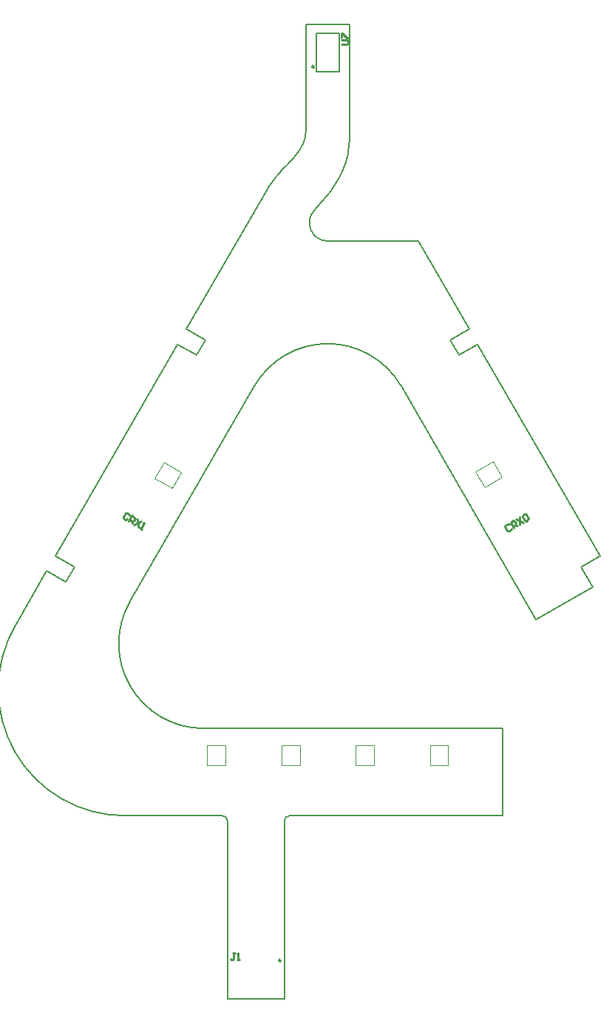
<source format=gto>
G04*
G04 #@! TF.GenerationSoftware,Altium Limited,Altium Designer,19.0.12 (326)*
G04*
G04 Layer_Color=65535*
%FSLAX44Y44*%
%MOMM*%
G71*
G01*
G75*
%ADD10C,0.2500*%
%ADD11C,0.1524*%
%ADD12C,0.2540*%
%ADD13C,0.1270*%
%ADD14C,0.0500*%
%ADD15C,0.0500*%
D10*
X61250Y44130D02*
G03*
X61250Y44130I-1250J0D01*
G01*
X99233Y1067672D02*
G03*
X99233Y1067672I-1189J0D01*
G01*
D11*
X102108Y1106072D02*
X127762D01*
X101858D02*
X102108Y1062072D01*
X127762D01*
Y1106072D01*
D12*
X-112544Y553787D02*
X-113008Y555521D01*
X-115207Y556791D01*
X-116942Y556326D01*
X-119481Y551928D01*
X-119016Y550193D01*
X-116817Y548924D01*
X-115083Y549389D01*
X-113519Y547020D02*
X-109710Y553616D01*
X-106411Y551712D01*
X-105947Y549978D01*
X-107216Y547779D01*
X-108951Y547314D01*
X-112249Y549218D01*
X-110050Y547949D02*
X-109121Y544480D01*
X-103113Y549808D02*
X-102524Y540672D01*
X-98715Y547269D02*
X-106922Y543211D01*
X-100325Y539402D02*
X-98126Y538132D01*
X-99225Y538767D01*
X-95416Y545364D01*
X-97151Y544899D01*
X322472Y543449D02*
X320738Y543913D01*
X318539Y542644D01*
X318074Y540910D01*
X320613Y536512D01*
X322348Y536047D01*
X324547Y537317D01*
X325011Y539051D01*
X327845Y539221D02*
X324036Y545818D01*
X327335Y547722D01*
X329069Y547257D01*
X330339Y545059D01*
X329874Y543324D01*
X326576Y541420D01*
X328774Y542690D02*
X332243Y541760D01*
X330633Y549627D02*
X338840Y545569D01*
X335031Y552166D02*
X334442Y543030D01*
X337865Y552336D02*
X338330Y554070D01*
X340529Y555340D01*
X342263Y554875D01*
X344802Y550477D01*
X344338Y548743D01*
X342138Y547473D01*
X340404Y547938D01*
X337865Y552336D01*
X130559Y1093216D02*
X136906D01*
X138176Y1094486D01*
Y1097025D01*
X136906Y1098294D01*
X130559D01*
Y1100834D02*
Y1105912D01*
X131828D01*
X136906Y1100834D01*
X138176D01*
X8634Y52575D02*
X6095D01*
X7365D01*
Y46228D01*
X6095Y44958D01*
X4826D01*
X3556Y46228D01*
X11173Y44958D02*
X13713D01*
X12443D01*
Y52575D01*
X11173Y51306D01*
D13*
X71033Y210000D02*
G03*
X65000Y203904I31J-6065D01*
G01*
X0Y203812D02*
G03*
X-5942Y210000I-6065J123D01*
G01*
X-111533Y455503D02*
G03*
X-27532Y310000I84003J-48502D01*
G01*
X198813Y702019D02*
G03*
X30804Y702023I-84006J-48498D01*
G01*
X100117Y903997D02*
G03*
X114813Y867997I14697J-15000D01*
G01*
X100117Y903997D02*
G03*
X118069Y924838I-112752J115276D01*
G01*
X86550Y979398D02*
G03*
X88952Y986455I-34722J15755D01*
G01*
X55905Y941923D02*
G03*
X46385Y928999I62227J-55807D01*
G01*
X127940Y940646D02*
G03*
X131966Y948976I-104630J55697D01*
G01*
X67301Y954122D02*
G03*
X72986Y960189I-226733J218176D01*
G01*
X137728Y966245D02*
G03*
X139816Y983996I-76944J18047D01*
G01*
X135260Y957526D02*
G03*
X137728Y966245I-88650J29809D01*
G01*
X118069Y924838D02*
G03*
X127940Y940646I-111894J80857D01*
G01*
X72986Y960189D02*
G03*
X78280Y966360I-96757J88364D01*
G01*
X131966Y948976D02*
G03*
X135260Y957526I-96690J42161D01*
G01*
X88952Y986455D02*
G03*
X89816Y993997I-32548J7551D01*
G01*
X78280Y966360D02*
G03*
X82897Y972731I-59537J48000D01*
G01*
D02*
G03*
X86550Y979398I-42719J27740D01*
G01*
X61512Y948065D02*
G03*
X55905Y941922I151760J-144153D01*
G01*
X-243169Y427506D02*
G03*
X-117601Y210003I125572J-72503D01*
G01*
X0Y0D02*
Y203812D01*
X65000Y0D02*
Y203904D01*
X0Y0D02*
X65000D01*
X353156Y434674D02*
X418158Y472087D01*
X198813Y702019D02*
X353156Y434674D01*
X405003Y494874D02*
X418158Y472087D01*
X405003Y494874D02*
X426654Y507374D01*
X286664Y749856D02*
X426654Y507374D01*
X218461Y867994D02*
X276665Y767177D01*
X255014Y754678D02*
X276665Y767177D01*
X265013Y737357D02*
X286664Y749856D01*
X255014Y754678D02*
X265013Y737357D01*
X114813Y867997D02*
X218461Y867994D01*
X139816Y983996D02*
X139816Y1003996D01*
X89816Y993997D02*
X89816Y1003997D01*
X61512Y948065D02*
X67301Y954122D01*
X-47044Y767185D02*
X46385Y928999D01*
X-47044Y767185D02*
X-25393Y754685D01*
X-35394Y737365D02*
X-25393Y754685D01*
X-57044Y749865D02*
X-35394Y737365D01*
X-197046Y507389D02*
X-57044Y749865D01*
X-111533Y455503D02*
X30804Y702023D01*
X-27532Y310000D02*
X314799Y309992D01*
X-243169Y427506D02*
X-207046Y490069D01*
X-185396Y477568D02*
X-175396Y494889D01*
X-197046Y507389D02*
X-175396Y494889D01*
X-207046Y490069D02*
X-185396Y477568D01*
X-117601Y210003D02*
X-5942Y210000D01*
X71033Y210000D02*
X314799D01*
Y309992D01*
X139816Y1003996D02*
Y1115996D01*
X89818D02*
X139816D01*
X89816Y1003997D02*
Y1115997D01*
D14*
X-23201Y290999D02*
X-2201D01*
Y267999D02*
Y290999D01*
X-23201Y267999D02*
X-2201D01*
X-23201D02*
Y290999D01*
X61796Y290997D02*
X82795D01*
Y267997D02*
Y290997D01*
X61796Y267997D02*
X82795D01*
X61796D02*
Y290997D01*
X146797Y291000D02*
X167797D01*
Y268001D02*
Y291000D01*
X146797Y268001D02*
X167797D01*
X146797D02*
Y291000D01*
X231799Y290993D02*
X252799D01*
Y267993D02*
Y290993D01*
X231799Y267993D02*
X252799D01*
X231799D02*
Y290993D01*
D15*
X-83224Y596373D02*
X-72785Y614503D01*
X-63292Y584897D02*
X-52853Y603027D01*
X-72785Y614503D02*
X-52853Y603027D01*
X-83224Y596373D02*
X-63292Y584897D01*
X304030Y615725D02*
X314469Y597595D01*
X284098Y604248D02*
X294537Y586119D01*
X284098Y604248D02*
X304030Y615725D01*
X294537Y586119D02*
X314469Y597595D01*
M02*

</source>
